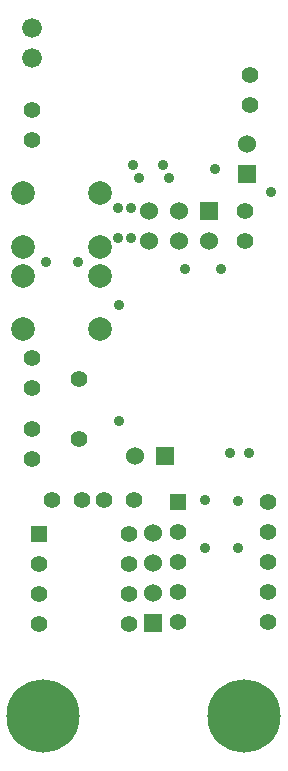
<source format=gts>
G04 (created by PCBNEW (2013-jul-07)-stable) date 2015年01月19日 01時15分13秒*
%MOIN*%
G04 Gerber Fmt 3.4, Leading zero omitted, Abs format*
%FSLAX34Y34*%
G01*
G70*
G90*
G04 APERTURE LIST*
%ADD10C,0.00590551*%
%ADD11R,0.06X0.06*%
%ADD12C,0.06*%
%ADD13C,0.066*%
%ADD14C,0.056*%
%ADD15R,0.055X0.055*%
%ADD16C,0.055*%
%ADD17C,0.0787402*%
%ADD18C,0.244094*%
%ADD19C,0.035*%
G04 APERTURE END LIST*
G54D10*
G54D11*
X30724Y-25681D03*
G54D12*
X30724Y-26681D03*
X29724Y-25681D03*
X29724Y-26681D03*
X28724Y-25681D03*
X28724Y-26681D03*
G54D11*
X31968Y-24437D03*
G54D12*
X31968Y-23437D03*
G54D13*
X24803Y-20578D03*
X24803Y-19578D03*
G54D14*
X26377Y-31283D03*
X26377Y-33283D03*
G54D15*
X25035Y-36452D03*
G54D16*
X25035Y-37452D03*
X25035Y-38452D03*
X25035Y-39452D03*
X28035Y-39452D03*
X28035Y-38452D03*
X28035Y-37452D03*
X28035Y-36452D03*
G54D15*
X29681Y-35401D03*
G54D16*
X29681Y-36401D03*
X29681Y-37401D03*
X29681Y-38401D03*
X29681Y-39401D03*
X32681Y-39401D03*
X32681Y-38401D03*
X32681Y-37401D03*
X32681Y-36401D03*
X32681Y-35401D03*
X24803Y-32964D03*
X24803Y-33964D03*
X24803Y-31602D03*
X24803Y-30602D03*
X31929Y-25681D03*
X31929Y-26681D03*
X32086Y-21153D03*
X32086Y-22153D03*
G54D17*
X27066Y-27854D03*
X27066Y-29625D03*
X24507Y-29625D03*
X24507Y-27854D03*
X27066Y-25098D03*
X27066Y-26870D03*
X24507Y-26870D03*
X24507Y-25098D03*
G54D16*
X26484Y-35314D03*
X25484Y-35314D03*
X27216Y-35314D03*
X28216Y-35314D03*
X24803Y-22334D03*
X24803Y-23334D03*
G54D11*
X28858Y-39413D03*
G54D12*
X28858Y-38413D03*
X28858Y-37413D03*
X28858Y-36413D03*
G54D11*
X29240Y-33858D03*
G54D12*
X28240Y-33858D03*
G54D18*
X25196Y-42519D03*
X31889Y-42519D03*
G54D19*
X27716Y-28818D03*
X27716Y-32677D03*
X25275Y-27401D03*
X26338Y-27401D03*
X31692Y-36929D03*
X30590Y-36929D03*
X32795Y-25039D03*
X32047Y-33740D03*
X28375Y-24600D03*
X29375Y-24600D03*
X28125Y-26575D03*
X28125Y-25575D03*
X27675Y-26575D03*
X27675Y-25575D03*
X28175Y-24150D03*
X29175Y-24150D03*
X31100Y-27625D03*
X29925Y-27625D03*
X31417Y-33740D03*
X30905Y-24291D03*
X31692Y-35354D03*
X30590Y-35314D03*
M02*

</source>
